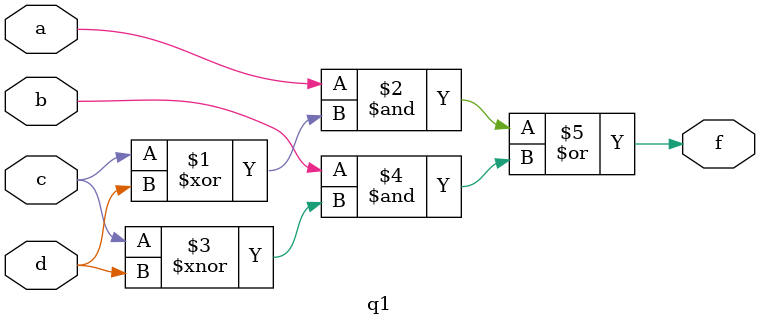
<source format=v>
module q1(a,b,c,d,f);
input a,b,c,d;
output f;
assign f=(a&(c^d))|(b&(c^~d));
endmodule





</source>
